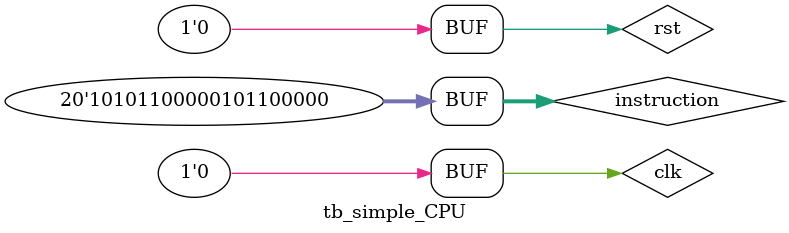
<source format=sv>
`timescale 1ns / 1ps
 
module tb_simple_CPU;
       
    parameter DATA_WIDTH = 8; //8 bit wide data
    parameter ADDR_BITS = 5; //32 Addresses
    parameter INSTR_WIDTH =20; //20b instruction
   
    reg clk, rst;
    reg [INSTR_WIDTH-1:0] instruction;

    
    simple_cpu  #(DATA_WIDTH,ADDR_BITS,INSTR_WIDTH) SCPU_DUT(clk, rst, instruction);
    
    initial begin
      $dumpfile("dump.vcd"); 
      $dumpvars;
        clk = 1'b1;
        rst = 1'b1;
        instruction = 20'd0;
        repeat(3) #1 clk=!clk;
        rst = 1'b0;
        repeat(2) #1 clk=!clk;
                
                
        /*Info on the simple CPU:
            * Reset sets regfile = [0,1,2,3]
            * ADD = opcode 0, SUB = opcode 1  
        */
            
                                        //ADD:    reg0  = reg1 + reg3   //1+3=4
        //In the instruction this is:    (instr)  (X1)    (X2)   (X3)  
        instruction = 20'b01000111000000000000;
        repeat(8) #1 clk=!clk; //4 rising edges
        
                                        //ADD:    reg1  = reg0 + reg3   //4+3=7
        //In the instruction this is:    (instr)  (X1)    (X2)   (X3)
        instruction = 20'b01010011000000000000;
        repeat(6) #1 clk=!clk; 
                
                                         //SUB:   reg3  = reg0 - reg2  //4-2=2  
       //In the instruction this is:    (instr)  (X1)    (X2)   (X3) 
        instruction = 20'b01110010000000000001;
        repeat(6) #1 clk=!clk;
        
                                         //STORE_R:   DATA_MEM(reg2 + 15) = reg1  //DATA_MEM(2+15)=7  
        //In the instruction this is:    (instr)               (X2)         (X1)
        instruction = 20'b11011000000011110000;
        repeat(6) #1 clk=!clk;
        
                                           //STORE_R:   DATA_MEM(reg3 + 22) = reg0  //DATA_MEM(2+22)= 4  
        //In the instruction this is:    (instr)                 (X2)         (X1)
        instruction = 20'b11001100000101100000;
        repeat(6) #1 clk=!clk;

                                           //LOAD_R:   DATA_MEM(reg2 + 15) = reg3  //reg3 = DATA_MEM(2+15)  -> reg3 becomes 7  
        //In the instruction this is:    (instr)                (X2)         (X1)
        instruction = 20'b10111000000011110000;
        repeat(7) #1 clk=!clk;
      
        //ADDED LOAD INSTRUCTION
      //  DATA_MEM(reg3+22) = reg2  => reg2 becomes 4
      
        instruction = 20'b10101100000101100000;
        repeat(7) #1 clk=!clk;
        
        
    end
    
    
endmodule
</source>
